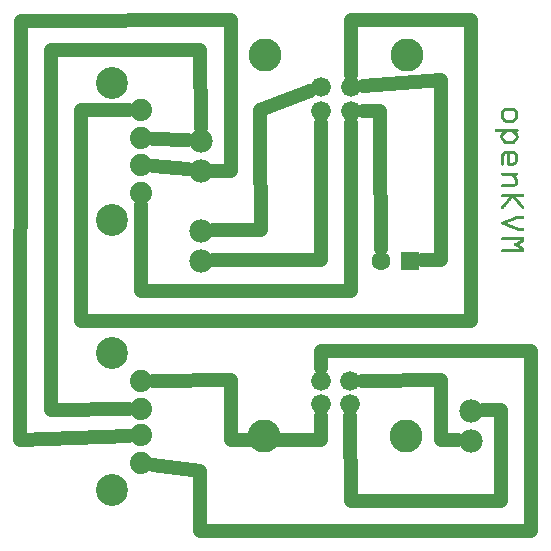
<source format=gtl>
G04 MADE WITH FRITZING*
G04 WWW.FRITZING.ORG*
G04 DOUBLE SIDED*
G04 HOLES PLATED*
G04 CONTOUR ON CENTER OF CONTOUR VECTOR*
%ASAXBY*%
%FSLAX23Y23*%
%MOIN*%
%OFA0B0*%
%SFA1.0B1.0*%
%ADD10C,0.066000*%
%ADD11C,0.110000*%
%ADD12C,0.078000*%
%ADD13C,0.062992*%
%ADD14C,0.074000*%
%ADD15C,0.106614*%
%ADD16R,0.062992X0.062992*%
%ADD17C,0.048000*%
%ADD18R,0.001000X0.001000*%
%LNCOPPER1*%
G90*
G70*
G54D10*
X1240Y1451D03*
X1142Y1451D03*
X1142Y1529D03*
X1240Y1529D03*
G54D11*
X1428Y1636D03*
X954Y1636D03*
G54D10*
X1240Y1451D03*
X1142Y1451D03*
X1142Y1529D03*
X1240Y1529D03*
G54D11*
X1428Y1636D03*
X954Y1636D03*
G54D10*
X1240Y1451D03*
X1142Y1451D03*
X1142Y1529D03*
X1240Y1529D03*
G54D11*
X1428Y1636D03*
X954Y1636D03*
G54D10*
X1140Y551D03*
X1239Y551D03*
X1239Y473D03*
X1140Y473D03*
G54D11*
X952Y366D03*
X1426Y366D03*
G54D10*
X1140Y551D03*
X1239Y551D03*
X1239Y473D03*
X1140Y473D03*
G54D11*
X952Y366D03*
X1426Y366D03*
G54D10*
X1140Y551D03*
X1239Y551D03*
X1239Y473D03*
X1140Y473D03*
G54D11*
X952Y366D03*
X1426Y366D03*
G54D12*
X740Y1351D03*
X740Y1251D03*
X1640Y351D03*
X1640Y451D03*
X740Y1051D03*
X740Y951D03*
G54D13*
X1439Y951D03*
X1340Y951D03*
G54D14*
X540Y276D03*
X540Y369D03*
X540Y458D03*
X540Y551D03*
G54D15*
X446Y642D03*
X446Y185D03*
G54D14*
X540Y276D03*
X540Y369D03*
X540Y458D03*
X540Y551D03*
G54D15*
X446Y642D03*
X446Y185D03*
G54D14*
X540Y276D03*
X540Y369D03*
X540Y458D03*
X540Y551D03*
G54D15*
X446Y642D03*
X446Y185D03*
G54D14*
X540Y1177D03*
X540Y1270D03*
X540Y1359D03*
X540Y1453D03*
G54D15*
X446Y1543D03*
X446Y1086D03*
G54D14*
X540Y1177D03*
X540Y1270D03*
X540Y1359D03*
X540Y1453D03*
G54D15*
X446Y1543D03*
X446Y1086D03*
G54D14*
X540Y1177D03*
X540Y1270D03*
X540Y1359D03*
X540Y1453D03*
G54D15*
X446Y1543D03*
X446Y1086D03*
G54D16*
X1439Y951D03*
G54D17*
X941Y1052D02*
X939Y1352D01*
D02*
X941Y1052D02*
X941Y1052D01*
D02*
X939Y1452D02*
X1104Y1515D01*
D02*
X939Y1352D02*
X939Y1452D01*
D02*
X781Y1052D02*
X941Y1052D01*
D02*
X1140Y953D02*
X1142Y1411D01*
D02*
X781Y952D02*
X1140Y953D01*
D02*
X699Y1353D02*
X581Y1358D01*
D02*
X1541Y1552D02*
X1280Y1532D01*
D02*
X739Y250D02*
X739Y51D01*
D02*
X1541Y651D02*
X1140Y651D01*
D02*
X1541Y352D02*
X1541Y552D01*
D02*
X1541Y552D02*
X1279Y551D01*
D02*
X1599Y352D02*
X1541Y352D01*
D02*
X1140Y352D02*
X841Y352D01*
D02*
X841Y552D02*
X580Y551D01*
D02*
X841Y352D02*
X841Y552D01*
D02*
X1140Y433D02*
X1140Y352D01*
D02*
X739Y51D02*
X1840Y51D01*
D02*
X1140Y651D02*
X1140Y592D01*
D02*
X1840Y651D02*
X1541Y651D01*
D02*
X1840Y51D02*
X1840Y651D01*
D02*
X580Y271D02*
X739Y250D01*
D02*
X1541Y1252D02*
X1541Y1552D01*
D02*
X1541Y952D02*
X1541Y1252D01*
D02*
X1477Y952D02*
X1541Y952D01*
D02*
X1340Y989D02*
X1339Y1351D01*
D02*
X1339Y1451D02*
X1280Y1451D01*
D02*
X1339Y1351D02*
X1339Y1451D01*
D02*
X1740Y452D02*
X1740Y151D01*
D02*
X1740Y151D02*
X1240Y151D01*
D02*
X1240Y151D02*
X1239Y433D01*
D02*
X1681Y452D02*
X1740Y452D01*
D02*
X580Y1267D02*
X699Y1255D01*
D02*
X739Y1652D02*
X240Y1653D01*
D02*
X740Y1393D02*
X739Y1652D01*
D02*
X241Y452D02*
X500Y457D01*
D02*
X240Y1653D02*
X241Y452D01*
D02*
X139Y352D02*
X500Y368D01*
D02*
X141Y1751D02*
X139Y352D01*
D02*
X841Y1251D02*
X841Y1752D01*
D02*
X841Y1752D02*
X141Y1751D01*
D02*
X781Y1251D02*
X841Y1251D01*
D02*
X1240Y1752D02*
X1541Y1752D01*
D02*
X1541Y1752D02*
X1641Y1752D01*
D02*
X1641Y1752D02*
X1641Y751D01*
D02*
X1240Y1570D02*
X1240Y1752D01*
D02*
X1641Y751D02*
X341Y751D01*
D02*
X1240Y1411D02*
X1240Y851D01*
D02*
X540Y851D02*
X540Y1137D01*
D02*
X1240Y851D02*
X540Y851D01*
D02*
X340Y1453D02*
X500Y1453D01*
D02*
X341Y751D02*
X340Y1453D01*
G54D18*
X1755Y1460D02*
X1784Y1460D01*
X1753Y1459D02*
X1787Y1459D01*
X1751Y1458D02*
X1788Y1458D01*
X1750Y1457D02*
X1790Y1457D01*
X1749Y1456D02*
X1791Y1456D01*
X1748Y1455D02*
X1791Y1455D01*
X1747Y1454D02*
X1792Y1454D01*
X1746Y1453D02*
X1793Y1453D01*
X1745Y1452D02*
X1794Y1452D01*
X1745Y1451D02*
X1795Y1451D01*
X1744Y1450D02*
X1756Y1450D01*
X1783Y1450D02*
X1796Y1450D01*
X1744Y1449D02*
X1755Y1449D01*
X1784Y1449D02*
X1796Y1449D01*
X1743Y1448D02*
X1754Y1448D01*
X1785Y1448D02*
X1797Y1448D01*
X1743Y1447D02*
X1753Y1447D01*
X1786Y1447D02*
X1797Y1447D01*
X1742Y1446D02*
X1753Y1446D01*
X1787Y1446D02*
X1797Y1446D01*
X1742Y1445D02*
X1752Y1445D01*
X1788Y1445D02*
X1797Y1445D01*
X1742Y1444D02*
X1751Y1444D01*
X1788Y1444D02*
X1798Y1444D01*
X1742Y1443D02*
X1751Y1443D01*
X1788Y1443D02*
X1798Y1443D01*
X1742Y1442D02*
X1751Y1442D01*
X1789Y1442D02*
X1798Y1442D01*
X1742Y1441D02*
X1751Y1441D01*
X1789Y1441D02*
X1798Y1441D01*
X1742Y1440D02*
X1751Y1440D01*
X1789Y1440D02*
X1798Y1440D01*
X1742Y1439D02*
X1751Y1439D01*
X1789Y1439D02*
X1798Y1439D01*
X1742Y1438D02*
X1751Y1438D01*
X1789Y1438D02*
X1798Y1438D01*
X1742Y1437D02*
X1751Y1437D01*
X1789Y1437D02*
X1798Y1437D01*
X1742Y1436D02*
X1751Y1436D01*
X1789Y1436D02*
X1798Y1436D01*
X1742Y1435D02*
X1751Y1435D01*
X1789Y1435D02*
X1798Y1435D01*
X1742Y1434D02*
X1751Y1434D01*
X1789Y1434D02*
X1798Y1434D01*
X1742Y1433D02*
X1751Y1433D01*
X1789Y1433D02*
X1798Y1433D01*
X1742Y1432D02*
X1751Y1432D01*
X1789Y1432D02*
X1798Y1432D01*
X1742Y1431D02*
X1751Y1431D01*
X1789Y1431D02*
X1798Y1431D01*
X1742Y1430D02*
X1751Y1430D01*
X1789Y1430D02*
X1798Y1430D01*
X1742Y1429D02*
X1751Y1429D01*
X1788Y1429D02*
X1798Y1429D01*
X1742Y1428D02*
X1751Y1428D01*
X1788Y1428D02*
X1798Y1428D01*
X1742Y1427D02*
X1752Y1427D01*
X1788Y1427D02*
X1797Y1427D01*
X1742Y1426D02*
X1753Y1426D01*
X1787Y1426D02*
X1797Y1426D01*
X1743Y1425D02*
X1753Y1425D01*
X1786Y1425D02*
X1797Y1425D01*
X1743Y1424D02*
X1754Y1424D01*
X1786Y1424D02*
X1796Y1424D01*
X1744Y1423D02*
X1755Y1423D01*
X1785Y1423D02*
X1796Y1423D01*
X1744Y1422D02*
X1756Y1422D01*
X1783Y1422D02*
X1795Y1422D01*
X1745Y1421D02*
X1795Y1421D01*
X1746Y1420D02*
X1794Y1420D01*
X1746Y1419D02*
X1793Y1419D01*
X1747Y1418D02*
X1792Y1418D01*
X1748Y1417D02*
X1791Y1417D01*
X1749Y1416D02*
X1791Y1416D01*
X1750Y1415D02*
X1789Y1415D01*
X1751Y1414D02*
X1788Y1414D01*
X1753Y1413D02*
X1787Y1413D01*
X1755Y1412D02*
X1784Y1412D01*
X1723Y1388D02*
X1797Y1388D01*
X1722Y1387D02*
X1799Y1387D01*
X1721Y1386D02*
X1799Y1386D01*
X1721Y1385D02*
X1800Y1385D01*
X1721Y1384D02*
X1800Y1384D01*
X1721Y1383D02*
X1800Y1383D01*
X1721Y1382D02*
X1799Y1382D01*
X1722Y1381D02*
X1799Y1381D01*
X1723Y1380D02*
X1798Y1380D01*
X1725Y1379D02*
X1796Y1379D01*
X1746Y1378D02*
X1760Y1378D01*
X1779Y1378D02*
X1793Y1378D01*
X1745Y1377D02*
X1759Y1377D01*
X1781Y1377D02*
X1794Y1377D01*
X1744Y1376D02*
X1758Y1376D01*
X1782Y1376D02*
X1795Y1376D01*
X1743Y1375D02*
X1757Y1375D01*
X1783Y1375D02*
X1796Y1375D01*
X1743Y1374D02*
X1756Y1374D01*
X1784Y1374D02*
X1797Y1374D01*
X1742Y1373D02*
X1755Y1373D01*
X1785Y1373D02*
X1797Y1373D01*
X1742Y1372D02*
X1754Y1372D01*
X1786Y1372D02*
X1798Y1372D01*
X1741Y1371D02*
X1753Y1371D01*
X1787Y1371D02*
X1798Y1371D01*
X1741Y1370D02*
X1752Y1370D01*
X1788Y1370D02*
X1799Y1370D01*
X1740Y1369D02*
X1751Y1369D01*
X1789Y1369D02*
X1799Y1369D01*
X1740Y1368D02*
X1750Y1368D01*
X1790Y1368D02*
X1799Y1368D01*
X1740Y1367D02*
X1749Y1367D01*
X1790Y1367D02*
X1800Y1367D01*
X1740Y1366D02*
X1749Y1366D01*
X1790Y1366D02*
X1800Y1366D01*
X1740Y1365D02*
X1749Y1365D01*
X1791Y1365D02*
X1800Y1365D01*
X1740Y1364D02*
X1749Y1364D01*
X1791Y1364D02*
X1800Y1364D01*
X1740Y1363D02*
X1749Y1363D01*
X1791Y1363D02*
X1800Y1363D01*
X1740Y1362D02*
X1749Y1362D01*
X1791Y1362D02*
X1800Y1362D01*
X1740Y1361D02*
X1749Y1361D01*
X1790Y1361D02*
X1800Y1361D01*
X1740Y1360D02*
X1750Y1360D01*
X1790Y1360D02*
X1799Y1360D01*
X1740Y1359D02*
X1751Y1359D01*
X1789Y1359D02*
X1799Y1359D01*
X1741Y1358D02*
X1751Y1358D01*
X1788Y1358D02*
X1799Y1358D01*
X1741Y1357D02*
X1752Y1357D01*
X1787Y1357D02*
X1798Y1357D01*
X1741Y1356D02*
X1753Y1356D01*
X1786Y1356D02*
X1798Y1356D01*
X1742Y1355D02*
X1754Y1355D01*
X1785Y1355D02*
X1798Y1355D01*
X1743Y1354D02*
X1755Y1354D01*
X1785Y1354D02*
X1797Y1354D01*
X1743Y1353D02*
X1756Y1353D01*
X1784Y1353D02*
X1796Y1353D01*
X1744Y1352D02*
X1757Y1352D01*
X1783Y1352D02*
X1795Y1352D01*
X1745Y1351D02*
X1757Y1351D01*
X1782Y1351D02*
X1795Y1351D01*
X1746Y1350D02*
X1759Y1350D01*
X1781Y1350D02*
X1794Y1350D01*
X1747Y1349D02*
X1793Y1349D01*
X1748Y1348D02*
X1792Y1348D01*
X1749Y1347D02*
X1791Y1347D01*
X1749Y1346D02*
X1790Y1346D01*
X1750Y1345D02*
X1789Y1345D01*
X1751Y1344D02*
X1788Y1344D01*
X1752Y1343D02*
X1787Y1343D01*
X1753Y1342D02*
X1786Y1342D01*
X1755Y1341D02*
X1784Y1341D01*
X1757Y1340D02*
X1782Y1340D01*
X1755Y1316D02*
X1784Y1316D01*
X1753Y1315D02*
X1787Y1315D01*
X1751Y1314D02*
X1788Y1314D01*
X1750Y1313D02*
X1790Y1313D01*
X1749Y1312D02*
X1791Y1312D01*
X1748Y1311D02*
X1791Y1311D01*
X1747Y1310D02*
X1792Y1310D01*
X1746Y1309D02*
X1793Y1309D01*
X1745Y1308D02*
X1794Y1308D01*
X1745Y1307D02*
X1795Y1307D01*
X1744Y1306D02*
X1756Y1306D01*
X1763Y1306D02*
X1772Y1306D01*
X1783Y1306D02*
X1796Y1306D01*
X1743Y1305D02*
X1755Y1305D01*
X1763Y1305D02*
X1772Y1305D01*
X1784Y1305D02*
X1796Y1305D01*
X1743Y1304D02*
X1754Y1304D01*
X1763Y1304D02*
X1772Y1304D01*
X1785Y1304D02*
X1797Y1304D01*
X1743Y1303D02*
X1753Y1303D01*
X1763Y1303D02*
X1772Y1303D01*
X1786Y1303D02*
X1797Y1303D01*
X1742Y1302D02*
X1753Y1302D01*
X1763Y1302D02*
X1772Y1302D01*
X1787Y1302D02*
X1797Y1302D01*
X1742Y1301D02*
X1752Y1301D01*
X1763Y1301D02*
X1772Y1301D01*
X1788Y1301D02*
X1797Y1301D01*
X1742Y1300D02*
X1751Y1300D01*
X1763Y1300D02*
X1772Y1300D01*
X1788Y1300D02*
X1798Y1300D01*
X1742Y1299D02*
X1751Y1299D01*
X1763Y1299D02*
X1772Y1299D01*
X1788Y1299D02*
X1798Y1299D01*
X1742Y1298D02*
X1751Y1298D01*
X1763Y1298D02*
X1772Y1298D01*
X1789Y1298D02*
X1798Y1298D01*
X1742Y1297D02*
X1751Y1297D01*
X1763Y1297D02*
X1772Y1297D01*
X1789Y1297D02*
X1798Y1297D01*
X1742Y1296D02*
X1751Y1296D01*
X1763Y1296D02*
X1772Y1296D01*
X1789Y1296D02*
X1798Y1296D01*
X1742Y1295D02*
X1751Y1295D01*
X1763Y1295D02*
X1772Y1295D01*
X1789Y1295D02*
X1798Y1295D01*
X1742Y1294D02*
X1751Y1294D01*
X1763Y1294D02*
X1772Y1294D01*
X1789Y1294D02*
X1798Y1294D01*
X1742Y1293D02*
X1751Y1293D01*
X1763Y1293D02*
X1772Y1293D01*
X1789Y1293D02*
X1798Y1293D01*
X1742Y1292D02*
X1751Y1292D01*
X1763Y1292D02*
X1772Y1292D01*
X1789Y1292D02*
X1798Y1292D01*
X1742Y1291D02*
X1751Y1291D01*
X1763Y1291D02*
X1772Y1291D01*
X1789Y1291D02*
X1798Y1291D01*
X1742Y1290D02*
X1751Y1290D01*
X1763Y1290D02*
X1772Y1290D01*
X1789Y1290D02*
X1798Y1290D01*
X1742Y1289D02*
X1751Y1289D01*
X1763Y1289D02*
X1772Y1289D01*
X1789Y1289D02*
X1798Y1289D01*
X1742Y1288D02*
X1751Y1288D01*
X1763Y1288D02*
X1772Y1288D01*
X1789Y1288D02*
X1798Y1288D01*
X1742Y1287D02*
X1751Y1287D01*
X1763Y1287D02*
X1772Y1287D01*
X1789Y1287D02*
X1798Y1287D01*
X1742Y1286D02*
X1751Y1286D01*
X1763Y1286D02*
X1772Y1286D01*
X1789Y1286D02*
X1798Y1286D01*
X1742Y1285D02*
X1751Y1285D01*
X1763Y1285D02*
X1772Y1285D01*
X1788Y1285D02*
X1798Y1285D01*
X1742Y1284D02*
X1751Y1284D01*
X1763Y1284D02*
X1772Y1284D01*
X1788Y1284D02*
X1798Y1284D01*
X1742Y1283D02*
X1751Y1283D01*
X1763Y1283D02*
X1772Y1283D01*
X1788Y1283D02*
X1797Y1283D01*
X1742Y1282D02*
X1751Y1282D01*
X1763Y1282D02*
X1772Y1282D01*
X1787Y1282D02*
X1797Y1282D01*
X1742Y1281D02*
X1751Y1281D01*
X1763Y1281D02*
X1772Y1281D01*
X1786Y1281D02*
X1797Y1281D01*
X1742Y1280D02*
X1751Y1280D01*
X1763Y1280D02*
X1772Y1280D01*
X1786Y1280D02*
X1796Y1280D01*
X1742Y1279D02*
X1751Y1279D01*
X1763Y1279D02*
X1772Y1279D01*
X1785Y1279D02*
X1796Y1279D01*
X1742Y1278D02*
X1751Y1278D01*
X1763Y1278D02*
X1772Y1278D01*
X1783Y1278D02*
X1795Y1278D01*
X1742Y1277D02*
X1751Y1277D01*
X1763Y1277D02*
X1795Y1277D01*
X1742Y1276D02*
X1751Y1276D01*
X1763Y1276D02*
X1794Y1276D01*
X1742Y1275D02*
X1751Y1275D01*
X1763Y1275D02*
X1793Y1275D01*
X1742Y1274D02*
X1751Y1274D01*
X1763Y1274D02*
X1792Y1274D01*
X1742Y1273D02*
X1751Y1273D01*
X1763Y1273D02*
X1791Y1273D01*
X1742Y1272D02*
X1751Y1272D01*
X1763Y1272D02*
X1791Y1272D01*
X1742Y1271D02*
X1751Y1271D01*
X1763Y1271D02*
X1789Y1271D01*
X1742Y1270D02*
X1750Y1270D01*
X1764Y1270D02*
X1788Y1270D01*
X1743Y1269D02*
X1750Y1269D01*
X1764Y1269D02*
X1787Y1269D01*
X1744Y1268D02*
X1749Y1268D01*
X1765Y1268D02*
X1784Y1268D01*
X1744Y1244D02*
X1795Y1244D01*
X1743Y1243D02*
X1796Y1243D01*
X1742Y1242D02*
X1797Y1242D01*
X1742Y1241D02*
X1797Y1241D01*
X1742Y1240D02*
X1798Y1240D01*
X1742Y1239D02*
X1797Y1239D01*
X1742Y1238D02*
X1797Y1238D01*
X1743Y1237D02*
X1797Y1237D01*
X1744Y1236D02*
X1796Y1236D01*
X1746Y1235D02*
X1794Y1235D01*
X1779Y1234D02*
X1790Y1234D01*
X1779Y1233D02*
X1790Y1233D01*
X1780Y1232D02*
X1791Y1232D01*
X1780Y1231D02*
X1792Y1231D01*
X1781Y1230D02*
X1792Y1230D01*
X1782Y1229D02*
X1793Y1229D01*
X1782Y1228D02*
X1793Y1228D01*
X1783Y1227D02*
X1794Y1227D01*
X1784Y1226D02*
X1795Y1226D01*
X1784Y1225D02*
X1795Y1225D01*
X1785Y1224D02*
X1796Y1224D01*
X1786Y1223D02*
X1796Y1223D01*
X1786Y1222D02*
X1797Y1222D01*
X1787Y1221D02*
X1797Y1221D01*
X1788Y1220D02*
X1797Y1220D01*
X1788Y1219D02*
X1798Y1219D01*
X1789Y1218D02*
X1798Y1218D01*
X1789Y1217D02*
X1798Y1217D01*
X1789Y1216D02*
X1798Y1216D01*
X1789Y1215D02*
X1798Y1215D01*
X1789Y1214D02*
X1798Y1214D01*
X1789Y1213D02*
X1798Y1213D01*
X1789Y1212D02*
X1798Y1212D01*
X1788Y1211D02*
X1798Y1211D01*
X1788Y1210D02*
X1798Y1210D01*
X1788Y1209D02*
X1797Y1209D01*
X1787Y1208D02*
X1797Y1208D01*
X1785Y1207D02*
X1797Y1207D01*
X1769Y1206D02*
X1797Y1206D01*
X1746Y1205D02*
X1796Y1205D01*
X1744Y1204D02*
X1796Y1204D01*
X1743Y1203D02*
X1795Y1203D01*
X1742Y1202D02*
X1794Y1202D01*
X1742Y1201D02*
X1793Y1201D01*
X1742Y1200D02*
X1792Y1200D01*
X1742Y1199D02*
X1791Y1199D01*
X1742Y1198D02*
X1789Y1198D01*
X1743Y1197D02*
X1787Y1197D01*
X1744Y1196D02*
X1770Y1196D01*
X1744Y1172D02*
X1817Y1172D01*
X1743Y1171D02*
X1818Y1171D01*
X1742Y1170D02*
X1818Y1170D01*
X1742Y1169D02*
X1819Y1169D01*
X1742Y1168D02*
X1819Y1168D01*
X1742Y1167D02*
X1819Y1167D01*
X1742Y1166D02*
X1818Y1166D01*
X1743Y1165D02*
X1818Y1165D01*
X1744Y1164D02*
X1817Y1164D01*
X1746Y1163D02*
X1815Y1163D01*
X1769Y1162D02*
X1792Y1162D01*
X1768Y1161D02*
X1792Y1161D01*
X1767Y1160D02*
X1793Y1160D01*
X1767Y1159D02*
X1779Y1159D01*
X1782Y1159D02*
X1794Y1159D01*
X1766Y1158D02*
X1778Y1158D01*
X1783Y1158D02*
X1795Y1158D01*
X1765Y1157D02*
X1777Y1157D01*
X1783Y1157D02*
X1796Y1157D01*
X1764Y1156D02*
X1776Y1156D01*
X1784Y1156D02*
X1797Y1156D01*
X1763Y1155D02*
X1775Y1155D01*
X1785Y1155D02*
X1798Y1155D01*
X1762Y1154D02*
X1775Y1154D01*
X1786Y1154D02*
X1798Y1154D01*
X1761Y1153D02*
X1774Y1153D01*
X1787Y1153D02*
X1799Y1153D01*
X1761Y1152D02*
X1773Y1152D01*
X1788Y1152D02*
X1800Y1152D01*
X1760Y1151D02*
X1772Y1151D01*
X1789Y1151D02*
X1801Y1151D01*
X1759Y1150D02*
X1771Y1150D01*
X1789Y1150D02*
X1802Y1150D01*
X1758Y1149D02*
X1770Y1149D01*
X1790Y1149D02*
X1803Y1149D01*
X1757Y1148D02*
X1769Y1148D01*
X1791Y1148D02*
X1804Y1148D01*
X1756Y1147D02*
X1769Y1147D01*
X1792Y1147D02*
X1804Y1147D01*
X1755Y1146D02*
X1768Y1146D01*
X1793Y1146D02*
X1805Y1146D01*
X1755Y1145D02*
X1767Y1145D01*
X1794Y1145D02*
X1806Y1145D01*
X1754Y1144D02*
X1766Y1144D01*
X1795Y1144D02*
X1807Y1144D01*
X1753Y1143D02*
X1765Y1143D01*
X1795Y1143D02*
X1808Y1143D01*
X1752Y1142D02*
X1764Y1142D01*
X1796Y1142D02*
X1809Y1142D01*
X1751Y1141D02*
X1764Y1141D01*
X1797Y1141D02*
X1810Y1141D01*
X1750Y1140D02*
X1763Y1140D01*
X1798Y1140D02*
X1810Y1140D01*
X1749Y1139D02*
X1762Y1139D01*
X1799Y1139D02*
X1811Y1139D01*
X1749Y1138D02*
X1761Y1138D01*
X1800Y1138D02*
X1812Y1138D01*
X1748Y1137D02*
X1760Y1137D01*
X1801Y1137D02*
X1813Y1137D01*
X1747Y1136D02*
X1759Y1136D01*
X1801Y1136D02*
X1814Y1136D01*
X1746Y1135D02*
X1758Y1135D01*
X1802Y1135D02*
X1815Y1135D01*
X1745Y1134D02*
X1758Y1134D01*
X1803Y1134D02*
X1816Y1134D01*
X1744Y1133D02*
X1757Y1133D01*
X1804Y1133D02*
X1816Y1133D01*
X1743Y1132D02*
X1756Y1132D01*
X1805Y1132D02*
X1817Y1132D01*
X1743Y1131D02*
X1755Y1131D01*
X1806Y1131D02*
X1818Y1131D01*
X1742Y1130D02*
X1754Y1130D01*
X1807Y1130D02*
X1818Y1130D01*
X1742Y1129D02*
X1753Y1129D01*
X1807Y1129D02*
X1819Y1129D01*
X1742Y1128D02*
X1752Y1128D01*
X1808Y1128D02*
X1819Y1128D01*
X1742Y1127D02*
X1752Y1127D01*
X1809Y1127D02*
X1819Y1127D01*
X1742Y1126D02*
X1751Y1126D01*
X1810Y1126D02*
X1818Y1126D01*
X1743Y1125D02*
X1750Y1125D01*
X1811Y1125D02*
X1818Y1125D01*
X1744Y1124D02*
X1749Y1124D01*
X1812Y1124D02*
X1816Y1124D01*
X1794Y1100D02*
X1817Y1100D01*
X1792Y1099D02*
X1818Y1099D01*
X1789Y1098D02*
X1818Y1098D01*
X1787Y1097D02*
X1819Y1097D01*
X1784Y1096D02*
X1819Y1096D01*
X1782Y1095D02*
X1819Y1095D01*
X1779Y1094D02*
X1818Y1094D01*
X1776Y1093D02*
X1818Y1093D01*
X1774Y1092D02*
X1817Y1092D01*
X1771Y1091D02*
X1815Y1091D01*
X1769Y1090D02*
X1796Y1090D01*
X1766Y1089D02*
X1793Y1089D01*
X1764Y1088D02*
X1791Y1088D01*
X1761Y1087D02*
X1788Y1087D01*
X1758Y1086D02*
X1785Y1086D01*
X1756Y1085D02*
X1783Y1085D01*
X1753Y1084D02*
X1780Y1084D01*
X1751Y1083D02*
X1778Y1083D01*
X1748Y1082D02*
X1775Y1082D01*
X1746Y1081D02*
X1773Y1081D01*
X1744Y1080D02*
X1770Y1080D01*
X1743Y1079D02*
X1768Y1079D01*
X1742Y1078D02*
X1765Y1078D01*
X1742Y1077D02*
X1762Y1077D01*
X1742Y1076D02*
X1761Y1076D01*
X1742Y1075D02*
X1763Y1075D01*
X1742Y1074D02*
X1765Y1074D01*
X1743Y1073D02*
X1768Y1073D01*
X1744Y1072D02*
X1770Y1072D01*
X1746Y1071D02*
X1773Y1071D01*
X1748Y1070D02*
X1775Y1070D01*
X1751Y1069D02*
X1778Y1069D01*
X1754Y1068D02*
X1780Y1068D01*
X1756Y1067D02*
X1783Y1067D01*
X1759Y1066D02*
X1786Y1066D01*
X1761Y1065D02*
X1788Y1065D01*
X1764Y1064D02*
X1791Y1064D01*
X1766Y1063D02*
X1793Y1063D01*
X1769Y1062D02*
X1796Y1062D01*
X1772Y1061D02*
X1815Y1061D01*
X1774Y1060D02*
X1817Y1060D01*
X1777Y1059D02*
X1818Y1059D01*
X1779Y1058D02*
X1818Y1058D01*
X1782Y1057D02*
X1819Y1057D01*
X1784Y1056D02*
X1819Y1056D01*
X1787Y1055D02*
X1819Y1055D01*
X1789Y1054D02*
X1818Y1054D01*
X1792Y1053D02*
X1818Y1053D01*
X1795Y1052D02*
X1816Y1052D01*
X1744Y1028D02*
X1819Y1028D01*
X1743Y1027D02*
X1819Y1027D01*
X1742Y1026D02*
X1819Y1026D01*
X1742Y1025D02*
X1819Y1025D01*
X1742Y1024D02*
X1819Y1024D01*
X1742Y1023D02*
X1819Y1023D01*
X1742Y1022D02*
X1819Y1022D01*
X1743Y1021D02*
X1819Y1021D01*
X1744Y1020D02*
X1819Y1020D01*
X1746Y1019D02*
X1819Y1019D01*
X1805Y1018D02*
X1819Y1018D01*
X1803Y1017D02*
X1819Y1017D01*
X1802Y1016D02*
X1818Y1016D01*
X1800Y1015D02*
X1817Y1015D01*
X1799Y1014D02*
X1816Y1014D01*
X1797Y1013D02*
X1814Y1013D01*
X1796Y1012D02*
X1813Y1012D01*
X1795Y1011D02*
X1811Y1011D01*
X1793Y1010D02*
X1810Y1010D01*
X1789Y1009D02*
X1808Y1009D01*
X1786Y1008D02*
X1807Y1008D01*
X1785Y1007D02*
X1806Y1007D01*
X1785Y1006D02*
X1804Y1006D01*
X1784Y1005D02*
X1803Y1005D01*
X1784Y1004D02*
X1802Y1004D01*
X1784Y1003D02*
X1803Y1003D01*
X1785Y1002D02*
X1804Y1002D01*
X1785Y1001D02*
X1806Y1001D01*
X1786Y1000D02*
X1807Y1000D01*
X1792Y999D02*
X1809Y999D01*
X1793Y998D02*
X1810Y998D01*
X1795Y997D02*
X1811Y997D01*
X1796Y996D02*
X1813Y996D01*
X1798Y995D02*
X1814Y995D01*
X1799Y994D02*
X1816Y994D01*
X1801Y993D02*
X1817Y993D01*
X1802Y992D02*
X1819Y992D01*
X1803Y991D02*
X1819Y991D01*
X1805Y990D02*
X1819Y990D01*
X1746Y989D02*
X1819Y989D01*
X1744Y988D02*
X1819Y988D01*
X1743Y987D02*
X1819Y987D01*
X1742Y986D02*
X1819Y986D01*
X1742Y985D02*
X1819Y985D01*
X1742Y984D02*
X1819Y984D01*
X1742Y983D02*
X1819Y983D01*
X1742Y982D02*
X1819Y982D01*
X1743Y981D02*
X1819Y981D01*
X1744Y980D02*
X1819Y980D01*
D02*
G04 End of Copper1*
M02*
</source>
